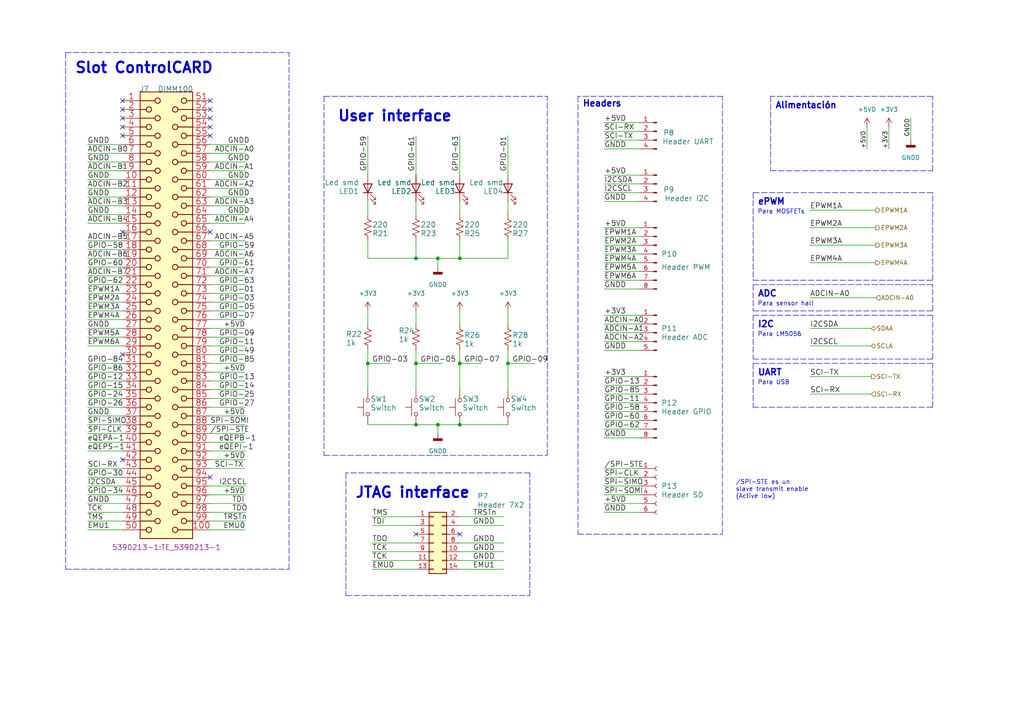
<source format=kicad_sch>
(kicad_sch (version 20211123) (generator eeschema)
  (paper "A4")
  (lib_symbols
    (symbol "Connector:Conn_01x04_Male" (pin_names (offset 1.016) hide)
      (property "Reference" "J" (at 0 5.08 0))
      (property "Value" "Conn_01x04_Male" (at 0 -7.62 0))
      (symbol "Conn_01x04_Male_1_1"
        (pin passive line (at 5.08 2.54 180) (length 3.81) (name "Pin_1") (number "1"))
        (pin passive line (at 5.08 0 180) (length 3.81) (name "Pin_2") (number "2"))
        (pin passive line (at 5.08 -2.54 180) (length 3.81) (name "Pin_3") (number "3"))
        (pin passive line (at 5.08 -5.08 180) (length 3.81) (name "Pin_4") (number "4"))
      )
    )
    (symbol "Connector:Conn_01x05_Male" (pin_names (offset 1.016) hide)
      (property "Reference" "J" (at 0 7.62 0))
      (property "Value" "Conn_01x05_Male" (at 0 -7.62 0))
      (symbol "Conn_01x05_Male_1_1"
        (pin passive line (at 5.08 5.08 180) (length 3.81) (name "Pin_1") (number "1"))
        (pin passive line (at 5.08 2.54 180) (length 3.81) (name "Pin_2") (number "2"))
        (pin passive line (at 5.08 0 180) (length 3.81) (name "Pin_3") (number "3"))
        (pin passive line (at 5.08 -2.54 180) (length 3.81) (name "Pin_4") (number "4"))
        (pin passive line (at 5.08 -5.08 180) (length 3.81) (name "Pin_5") (number "5"))
      )
    )
    (symbol "Connector:Conn_01x06_Female" (pin_names (offset 1.016) hide)
      (property "Reference" "J" (at 0 7.62 0))
      (property "Value" "Conn_01x06_Female" (at 0 -10.16 0))
      (symbol "Conn_01x06_Female_1_1"
        (pin passive line (at -5.08 5.08 0) (length 3.81) (name "Pin_1") (number "1"))
        (pin passive line (at -5.08 2.54 0) (length 3.81) (name "Pin_2") (number "2"))
        (pin passive line (at -5.08 0 0) (length 3.81) (name "Pin_3") (number "3"))
        (pin passive line (at -5.08 -2.54 0) (length 3.81) (name "Pin_4") (number "4"))
        (pin passive line (at -5.08 -5.08 0) (length 3.81) (name "Pin_5") (number "5"))
        (pin passive line (at -5.08 -7.62 0) (length 3.81) (name "Pin_6") (number "6"))
      )
    )
    (symbol "Connector:Conn_01x08_Male" (pin_names (offset 1.016) hide)
      (property "Reference" "J" (at 0 10.16 0))
      (property "Value" "Conn_01x08_Male" (at 0 -12.7 0))
      (symbol "Conn_01x08_Male_1_1"
        (pin passive line (at 5.08 7.62 180) (length 3.81) (name "Pin_1") (number "1"))
        (pin passive line (at 5.08 5.08 180) (length 3.81) (name "Pin_2") (number "2"))
        (pin passive line (at 5.08 2.54 180) (length 3.81) (name "Pin_3") (number "3"))
        (pin passive line (at 5.08 0 180) (length 3.81) (name "Pin_4") (number "4"))
        (pin passive line (at 5.08 -2.54 180) (length 3.81) (name "Pin_5") (number "5"))
        (pin passive line (at 5.08 -5.08 180) (length 3.81) (name "Pin_6") (number "6"))
        (pin passive line (at 5.08 -7.62 180) (length 3.81) (name "Pin_7") (number "7"))
        (pin passive line (at 5.08 -10.16 180) (length 3.81) (name "Pin_8") (number "8"))
      )
    )
    (symbol "Connector_Generic:Conn_02x07_Odd_Even" (pin_names (offset 1.016) hide)
      (property "Reference" "J" (at 1.27 10.16 0))
      (property "Value" "Conn_02x07_Odd_Even" (at 1.27 -10.16 0))
      (symbol "Conn_02x07_Odd_Even_1_1"
        (pin passive line (at -5.08 7.62 0) (length 3.81) (name "Pin_1") (number "1"))
        (pin passive line (at 7.62 -2.54 180) (length 3.81) (name "Pin_10") (number "10"))
        (pin passive line (at -5.08 -5.08 0) (length 3.81) (name "Pin_11") (number "11"))
        (pin passive line (at 7.62 -5.08 180) (length 3.81) (name "Pin_12") (number "12"))
        (pin passive line (at -5.08 -7.62 0) (length 3.81) (name "Pin_13") (number "13"))
        (pin passive line (at 7.62 -7.62 180) (length 3.81) (name "Pin_14") (number "14"))
        (pin passive line (at 7.62 7.62 180) (length 3.81) (name "Pin_2") (number "2"))
        (pin passive line (at -5.08 5.08 0) (length 3.81) (name "Pin_3") (number "3"))
        (pin passive line (at 7.62 5.08 180) (length 3.81) (name "Pin_4") (number "4"))
        (pin passive line (at -5.08 2.54 0) (length 3.81) (name "Pin_5") (number "5"))
        (pin passive line (at 7.62 2.54 180) (length 3.81) (name "Pin_6") (number "6"))
        (pin passive line (at -5.08 0 0) (length 3.81) (name "Pin_7") (number "7"))
        (pin passive line (at 7.62 0 180) (length 3.81) (name "Pin_8") (number "8"))
        (pin passive line (at -5.08 -2.54 0) (length 3.81) (name "Pin_9") (number "9"))
      )
    )
    (symbol "DIMM100:390213-1-" (pin_names (offset 1.016))
      (property "Reference" "J3" (at -15.494 0 90))
      (property "Value" "DIM100" (at -15.494 -132.08 90))
      (symbol "390213-1-_0_1"
        (pin passive line (at 2.54 -20.32 90) (length 5.08) (name "p1") (number "1"))
        (pin passive line (at 25.4 -20.32 90) (length 5.08) (name "p10") (number "10"))
        (pin passive line (at 127 5.08 270) (length 5.08) (name "p100") (number "100"))
        (pin passive line (at 27.94 -20.32 90) (length 5.08) (name "p11") (number "11"))
        (pin passive line (at 30.48 -20.32 90) (length 5.08) (name "p12") (number "12"))
        (pin passive line (at 33.02 -20.32 90) (length 5.08) (name "p13") (number "13"))
        (pin passive line (at 35.56 -20.32 90) (length 5.08) (name "p14") (number "14"))
        (pin passive line (at 38.1 -20.32 90) (length 5.08) (name "p15") (number "15"))
        (pin passive line (at 40.64 -20.32 90) (length 5.08) (name "p16") (number "16"))
        (pin passive line (at 43.18 -20.32 90) (length 5.08) (name "p17") (number "17"))
        (pin passive line (at 45.72 -20.32 90) (length 5.08) (name "p18") (number "18"))
        (pin passive line (at 48.26 -20.32 90) (length 5.08) (name "p19") (number "19"))
        (pin passive line (at 5.08 -20.32 90) (length 5.08) (name "p2") (number "2"))
        (pin passive line (at 50.8 -20.32 90) (length 5.08) (name "p20") (number "20"))
        (pin passive line (at 53.34 -20.32 90) (length 5.08) (name "p21") (number "21"))
        (pin passive line (at 55.88 -20.32 90) (length 5.08) (name "p22") (number "22"))
        (pin passive line (at 58.42 -20.32 90) (length 5.08) (name "p23") (number "23"))
        (pin passive line (at 60.96 -20.32 90) (length 5.08) (name "p24") (number "24"))
        (pin passive line (at 63.5 -20.32 90) (length 5.08) (name "p25") (number "25"))
        (pin passive line (at 66.04 -20.32 90) (length 5.08) (name "p26") (number "26"))
        (pin passive line (at 68.58 -20.32 90) (length 5.08) (name "p27") (number "27"))
        (pin passive line (at 71.12 -20.32 90) (length 5.08) (name "p28") (number "28"))
        (pin passive line (at 73.66 -20.32 90) (length 5.08) (name "p29") (number "29"))
        (pin passive line (at 7.62 -20.32 90) (length 5.08) (name "p3") (number "3"))
        (pin passive line (at 76.2 -20.32 90) (length 5.08) (name "p30") (number "30"))
        (pin passive line (at 78.74 -20.32 90) (length 5.08) (name "p31") (number "31"))
        (pin passive line (at 81.28 -20.32 90) (length 5.08) (name "p32") (number "32"))
        (pin passive line (at 83.82 -20.32 90) (length 5.08) (name "p33") (number "33"))
        (pin passive line (at 86.36 -20.32 90) (length 5.08) (name "p34") (number "34"))
        (pin passive line (at 88.9 -20.32 90) (length 5.08) (name "p35") (number "35"))
        (pin passive line (at 91.44 -20.32 90) (length 5.08) (name "p36") (number "36"))
        (pin passive line (at 93.98 -20.32 90) (length 5.08) (name "p37") (number "37"))
        (pin passive line (at 96.52 -20.32 90) (length 5.08) (name "p38") (number "38"))
        (pin passive line (at 99.06 -20.32 90) (length 5.08) (name "p39") (number "39"))
        (pin passive line (at 10.16 -20.32 90) (length 5.08) (name "p4") (number "4"))
        (pin passive line (at 101.6 -20.32 90) (length 5.08) (name "p40") (number "40"))
        (pin passive line (at 104.14 -20.32 90) (length 5.08) (name "p41") (number "41"))
        (pin passive line (at 106.68 -20.32 90) (length 5.08) (name "p42") (number "42"))
        (pin passive line (at 109.22 -20.32 90) (length 5.08) (name "p43") (number "43"))
        (pin passive line (at 111.76 -20.32 90) (length 5.08) (name "p44") (number "44"))
        (pin passive line (at 114.3 -20.32 90) (length 5.08) (name "p45") (number "45"))
        (pin passive line (at 116.84 -20.32 90) (length 5.08) (name "p46") (number "46"))
        (pin passive line (at 119.38 -20.32 90) (length 5.08) (name "p47") (number "47"))
        (pin passive line (at 121.92 -20.32 90) (length 5.08) (name "p48") (number "48"))
        (pin passive line (at 124.46 -20.32 90) (length 5.08) (name "p49") (number "49"))
        (pin passive line (at 12.7 -20.32 90) (length 5.08) (name "p5") (number "5"))
        (pin passive line (at 127 -20.32 90) (length 5.08) (name "p50") (number "50"))
        (pin passive line (at 2.54 5.08 270) (length 5.08) (name "p51") (number "51"))
        (pin passive line (at 5.08 5.08 270) (length 5.08) (name "p52") (number "52"))
        (pin passive line (at 7.62 5.08 270) (length 5.08) (name "p53") (number "53"))
        (pin passive line (at 10.16 5.08 270) (length 5.08) (name "p54") (number "54"))
        (pin passive line (at 12.7 5.08 270) (length 5.08) (name "p55") (number "55"))
        (pin passive line (at 15.24 5.08 270) (length 5.08) (name "p56") (number "56"))
        (pin passive line (at 17.78 5.08 270) (length 5.08) (name "p57") (number "57"))
        (pin passive line (at 20.32 5.08 270) (length 5.08) (name "p58") (number "58"))
        (pin passive line (at 22.86 5.08 270) (length 5.08) (name "p59") (number "59"))
        (pin passive line (at 15.24 -20.32 90) (length 5.08) (name "p6") (number "6"))
        (pin passive line (at 25.4 5.08 270) (length 5.08) (name "p60") (number "60"))
        (pin passive line (at 27.94 5.08 270) (length 5.08) (name "p61") (number "61"))
        (pin passive line (at 30.48 5.08 270) (length 5.08) (name "p62") (number "62"))
        (pin passive line (at 33.02 5.08 270) (length 5.08) (name "p63") (number "63"))
        (pin passive line (at 35.56 5.08 270) (length 5.08) (name "p64") (number "64"))
        (pin passive line (at 38.1 5.08 270) (length 5.08) (name "p65") (number "65"))
        (pin passive line (at 40.64 5.08 270) (length 5.08) (name "p66") (number "66"))
        (pin passive line (at 43.18 5.08 270) (length 5.08) (name "p67") (number "67"))
        (pin passive line (at 45.72 5.08 270) (length 5.08) (name "p68") (number "68"))
        (pin passive line (at 48.26 5.08 270) (length 5.08) (name "p69") (number "69"))
        (pin passive line (at 17.78 -20.32 90) (length 5.08) (name "p7") (number "7"))
        (pin passive line (at 50.8 5.08 270) (length 5.08) (name "p70") (number "70"))
        (pin passive line (at 53.34 5.08 270) (length 5.08) (name "p71") (number "71"))
        (pin passive line (at 55.88 5.08 270) (length 5.08) (name "p72") (number "72"))
        (pin passive line (at 58.42 5.08 270) (length 5.08) (name "p73") (number "73"))
        (pin passive line (at 60.96 5.08 270) (length 5.08) (name "p74") (number "74"))
        (pin passive line (at 63.5 5.08 270) (length 5.08) (name "p75") (number "75"))
        (pin passive line (at 66.04 5.08 270) (length 5.08) (name "p76") (number "76"))
        (pin passive line (at 68.58 5.08 270) (length 5.08) (name "p77") (number "77"))
        (pin passive line (at 71.12 5.08 270) (length 5.08) (name "p78") (number "78"))
        (pin passive line (at 73.66 5.08 270) (length 5.08) (name "p79") (number "79"))
        (pin passive line (at 20.32 -20.32 90) (length 5.08) (name "p8") (number "8"))
        (pin passive line (at 76.2 5.08 270) (length 5.08) (name "p80") (number "80"))
        (pin passive line (at 78.74 5.08 270) (length 5.08) (name "p81") (number "81"))
        (pin passive line (at 81.28 5.08 270) (length 5.08) (name "p82") (number "82"))
        (pin passive line (at 83.82 5.08 270) (length 5.08) (name "p83") (number "83"))
        (pin passive line (at 86.36 5.08 270) (length 5.08) (name "p84") (number "84"))
        (pin passive line (at 88.9 5.08 270) (length 5.08) (name "p85") (number "85"))
        (pin passive line (at 91.44 5.08 270) (length 5.08) (name "p86") (number "86"))
        (pin passive line (at 93.98 5.08 270) (length 5.08) (name "p87") (number "87"))
        (pin passive line (at 96.52 5.08 270) (length 5.08) (name "p88") (number "88"))
        (pin passive line (at 99.06 5.08 270) (length 5.08) (name "p89") (number "89"))
        (pin passive line (at 22.86 -20.32 90) (length 5.08) (name "p9") (number "9"))
        (pin passive line (at 101.6 5.08 270) (length 5.08) (name "p90") (number "90"))
        (pin passive line (at 104.14 5.08 270) (length 5.08) (name "p91") (number "91"))
        (pin passive line (at 106.68 5.08 270) (length 5.08) (name "p92") (number "92"))
        (pin passive line (at 109.22 5.08 270) (length 5.08) (name "p93") (number "93"))
        (pin passive line (at 111.76 5.08 270) (length 5.08) (name "p94") (number "94"))
        (pin passive line (at 114.3 5.08 270) (length 5.08) (name "p95") (number "95"))
        (pin passive line (at 116.84 5.08 270) (length 5.08) (name "p96") (number "96"))
        (pin passive line (at 119.38 5.08 270) (length 5.08) (name "p97") (number "97"))
        (pin passive line (at 121.92 5.08 270) (length 5.08) (name "p98") (number "98"))
        (pin passive line (at 124.46 5.08 270) (length 5.08) (name "p99") (number "99"))
      )
    )
    (symbol "Device:LED" (pin_numbers hide) (pin_names (offset 1.016) hide)
      (property "Reference" "D" (at 0 2.54 0))
      (property "Value" "LED" (at 0 -2.54 0))
      (symbol "LED_1_1"
        (pin passive line (at -3.81 0 0) (length 2.54) (name "K") (number "1"))
        (pin passive line (at 3.81 0 180) (length 2.54) (name "A") (number "2"))
      )
    )
    (symbol "Device:R_US" (pin_numbers hide) (pin_names (offset 0))
      (property "Reference" "R" (at 2.54 0 90))
      (property "Value" "R_US" (at -2.54 0 90))
      (symbol "R_US_1_1"
        (pin passive line (at 0 3.81 270) (length 1.27) (name "~") (number "1"))
        (pin passive line (at 0 -3.81 90) (length 1.27) (name "~") (number "2"))
      )
    )
    (symbol "Switch:SW_Push" (pin_numbers hide) (pin_names (offset 1.016) hide)
      (property "Reference" "SW" (at 1.27 2.54 0))
      (property "Value" "SW_Push" (at 0 -1.524 0))
      (symbol "SW_Push_0_1"
        (pin passive line (at -5.08 0 0) (length 2.54) (name "1") (number "1"))
        (pin passive line (at 5.08 0 180) (length 2.54) (name "2") (number "2"))
      )
    )
    (symbol "power:+3V3" (power) (pin_names (offset 0))
      (property "Value" "+3V3" (at 0 3.556 0))
      (symbol "+3V3_1_1"
        (pin power_in line (at 0 0 90) (length 0) hide (name "+3V3") (number "1"))
      )
    )
    (symbol "power:+5VD" (power) (pin_names (offset 0))
      (property "Value" "+5VD" (at 0 3.556 0))
      (symbol "+5VD_1_1"
        (pin power_in line (at 0 0 90) (length 0) hide (name "+5VD") (number "1"))
      )
    )
    (symbol "power:GNDD" (power) (pin_names (offset 0))
      (property "Value" "GNDD" (at 0 -3.175 0))
      (symbol "GNDD_1_1"
        (pin power_in line (at 0 0 270) (length 0) hide (name "GNDD") (number "1"))
      )
    )
  )
  (junction (at 133.35 105.41))
  (junction (at 133.35 123.19))
  (junction (at 120.65 123.19))
  (junction (at 106.68 105.41))
  (junction (at 147.32 105.41))
  (junction (at 127 123.19))
  (junction (at 133.35 74.93))
  (junction (at 120.65 74.93))
  (junction (at 120.65 105.41))
  (junction (at 127 74.93))
  (no_connect (at 35.56 102.87))
  (no_connect (at 35.56 29.21))
  (no_connect (at 60.96 34.29))
  (no_connect (at 133.35 154.94))
  (no_connect (at 120.65 154.94))
  (no_connect (at 60.96 67.31))
  (no_connect (at 60.96 31.75))
  (no_connect (at 35.56 133.35))
  (no_connect (at 35.56 36.83))
  (no_connect (at 35.56 31.75))
  (no_connect (at 60.96 29.21))
  (no_connect (at 60.96 36.83))
  (no_connect (at 60.96 39.37))
  (no_connect (at 60.96 138.43))
  (no_connect (at 35.56 34.29))
  (no_connect (at 35.56 39.37))
  (no_connect (at 35.56 67.31))
  (wire (pts (xy 120.65 62.23) (xy 120.65 58.42)))
  (wire (pts (xy 107.95 165.1) (xy 120.65 165.1)))
  (wire (pts (xy 71.12 123.19) (xy 60.96 123.19)))
  (wire (pts (xy 25.4 85.09) (xy 35.56 85.09)))
  (wire (pts (xy 254 71.12) (xy 234.95 71.12)))
  (wire (pts (xy 60.96 80.01) (xy 71.12 80.01)))
  (polyline (pts (xy 270.51 91.44) (xy 218.44 91.44)))
  (wire (pts (xy 71.12 125.73) (xy 60.96 125.73)))
  (wire (pts (xy 175.26 35.56) (xy 185.42 35.56)))
  (wire (pts (xy 127 74.93) (xy 133.35 74.93)))
  (wire (pts (xy 71.12 148.59) (xy 60.96 148.59)))
  (polyline (pts (xy 270.51 81.28) (xy 270.51 55.88)))
  (polyline (pts (xy 93.98 27.94) (xy 158.75 27.94)))
  (wire (pts (xy 252.73 95.25) (xy 234.95 95.25)))
  (wire (pts (xy 175.26 119.38) (xy 185.42 119.38)))
  (wire (pts (xy 175.26 143.51) (xy 185.42 143.51)))
  (wire (pts (xy 254 86.36) (xy 234.95 86.36)))
  (wire (pts (xy 25.4 92.71) (xy 35.56 92.71)))
  (polyline (pts (xy 83.82 165.1) (xy 83.82 15.24)))
  (wire (pts (xy 71.12 85.09) (xy 60.96 85.09)))
  (polyline (pts (xy 218.44 81.28) (xy 270.51 81.28)))
  (wire (pts (xy 147.32 113.03) (xy 147.32 105.41)))
  (wire (pts (xy 71.12 90.17) (xy 60.96 90.17)))
  (polyline (pts (xy 218.44 90.17) (xy 270.51 90.17)))
  (wire (pts (xy 133.35 62.23) (xy 133.35 58.42)))
  (wire (pts (xy 71.12 82.55) (xy 60.96 82.55)))
  (polyline (pts (xy 223.52 49.53) (xy 270.51 49.53)))
  (polyline (pts (xy 218.44 105.41) (xy 218.44 118.11)))
  (polyline (pts (xy 270.51 105.41) (xy 218.44 105.41)))
  (wire (pts (xy 120.65 113.03) (xy 120.65 105.41)))
  (wire (pts (xy 147.32 39.37) (xy 147.32 50.8)))
  (polyline (pts (xy 100.33 137.16) (xy 100.33 172.72)))
  (polyline (pts (xy 270.51 55.88) (xy 218.44 55.88)))
  (wire (pts (xy 106.68 62.23) (xy 106.68 58.42)))
  (wire (pts (xy 71.12 135.89) (xy 60.96 135.89)))
  (wire (pts (xy 71.12 72.39) (xy 60.96 72.39)))
  (polyline (pts (xy 93.98 132.08) (xy 158.75 132.08)))
  (wire (pts (xy 71.12 128.27) (xy 60.96 128.27)))
  (wire (pts (xy 107.95 160.02) (xy 120.65 160.02)))
  (wire (pts (xy 146.05 162.56) (xy 133.35 162.56)))
  (wire (pts (xy 71.12 77.47) (xy 60.96 77.47)))
  (wire (pts (xy 71.12 41.91) (xy 60.96 41.91)))
  (polyline (pts (xy 209.55 154.94) (xy 209.55 27.94)))
  (wire (pts (xy 25.4 143.51) (xy 35.56 143.51)))
  (wire (pts (xy 25.4 52.07) (xy 35.56 52.07)))
  (wire (pts (xy 175.26 53.34) (xy 185.42 53.34)))
  (wire (pts (xy 120.65 123.19) (xy 127 123.19)))
  (wire (pts (xy 154.94 105.41) (xy 147.32 105.41)))
  (wire (pts (xy 71.12 97.79) (xy 60.96 97.79)))
  (wire (pts (xy 175.26 83.82) (xy 185.42 83.82)))
  (wire (pts (xy 128.27 105.41) (xy 120.65 105.41)))
  (wire (pts (xy 25.4 140.97) (xy 35.56 140.97)))
  (wire (pts (xy 175.26 55.88) (xy 185.42 55.88)))
  (wire (pts (xy 127 123.19) (xy 127 125.73)))
  (wire (pts (xy 175.26 91.44) (xy 185.42 91.44)))
  (wire (pts (xy 25.4 77.47) (xy 35.56 77.47)))
  (wire (pts (xy 175.26 101.6) (xy 185.42 101.6)))
  (wire (pts (xy 147.32 62.23) (xy 147.32 58.42)))
  (wire (pts (xy 133.35 90.17) (xy 133.35 93.98)))
  (wire (pts (xy 133.35 123.19) (xy 147.32 123.19)))
  (wire (pts (xy 120.65 74.93) (xy 120.65 69.85)))
  (wire (pts (xy 25.4 97.79) (xy 35.56 97.79)))
  (wire (pts (xy 60.96 64.77) (xy 71.12 64.77)))
  (wire (pts (xy 25.4 105.41) (xy 35.56 105.41)))
  (polyline (pts (xy 19.05 15.24) (xy 19.05 165.1)))
  (wire (pts (xy 25.4 49.53) (xy 35.56 49.53)))
  (wire (pts (xy 60.96 59.69) (xy 71.12 59.69)))
  (polyline (pts (xy 218.44 82.55) (xy 218.44 90.17)))
  (wire (pts (xy 175.26 140.97) (xy 185.42 140.97)))
  (wire (pts (xy 175.26 66.04) (xy 185.42 66.04)))
  (polyline (pts (xy 167.64 154.94) (xy 209.55 154.94)))
  (wire (pts (xy 106.68 74.93) (xy 106.68 69.85)))
  (polyline (pts (xy 218.44 118.11) (xy 270.51 118.11)))
  (wire (pts (xy 25.4 138.43) (xy 35.56 138.43)))
  (wire (pts (xy 25.4 80.01) (xy 35.56 80.01)))
  (polyline (pts (xy 167.64 27.94) (xy 167.64 154.94)))
  (wire (pts (xy 175.26 38.1) (xy 185.42 38.1)))
  (wire (pts (xy 106.68 113.03) (xy 106.68 105.41)))
  (polyline (pts (xy 100.33 172.72) (xy 153.67 172.72)))
  (wire (pts (xy 25.4 118.11) (xy 35.56 118.11)))
  (wire (pts (xy 60.96 69.85) (xy 71.12 69.85)))
  (wire (pts (xy 107.95 162.56) (xy 120.65 162.56)))
  (wire (pts (xy 25.4 44.45) (xy 35.56 44.45)))
  (wire (pts (xy 146.05 165.1) (xy 133.35 165.1)))
  (wire (pts (xy 71.12 92.71) (xy 60.96 92.71)))
  (wire (pts (xy 71.12 146.05) (xy 60.96 146.05)))
  (wire (pts (xy 107.95 157.48) (xy 120.65 157.48)))
  (wire (pts (xy 133.35 105.41) (xy 133.35 101.6)))
  (wire (pts (xy 71.12 110.49) (xy 60.96 110.49)))
  (wire (pts (xy 175.26 146.05) (xy 185.42 146.05)))
  (wire (pts (xy 254 66.04) (xy 234.95 66.04)))
  (polyline (pts (xy 209.55 27.94) (xy 167.64 27.94)))
  (wire (pts (xy 25.4 59.69) (xy 35.56 59.69)))
  (wire (pts (xy 71.12 115.57) (xy 60.96 115.57)))
  (wire (pts (xy 106.68 123.19) (xy 120.65 123.19)))
  (wire (pts (xy 60.96 74.93) (xy 71.12 74.93)))
  (polyline (pts (xy 270.51 27.94) (xy 223.52 27.94)))
  (wire (pts (xy 175.26 50.8) (xy 185.42 50.8)))
  (polyline (pts (xy 223.52 27.94) (xy 223.52 49.53)))
  (wire (pts (xy 71.12 143.51) (xy 60.96 143.51)))
  (polyline (pts (xy 218.44 91.44) (xy 218.44 104.14)))
  (wire (pts (xy 60.96 49.53) (xy 71.12 49.53)))
  (wire (pts (xy 175.26 111.76) (xy 185.42 111.76)))
  (wire (pts (xy 25.4 62.23) (xy 35.56 62.23)))
  (wire (pts (xy 120.65 105.41) (xy 120.65 101.6)))
  (wire (pts (xy 25.4 151.13) (xy 35.56 151.13)))
  (wire (pts (xy 25.4 128.27) (xy 35.56 128.27)))
  (polyline (pts (xy 153.67 137.16) (xy 100.33 137.16)))
  (wire (pts (xy 175.26 124.46) (xy 185.42 124.46)))
  (wire (pts (xy 71.12 102.87) (xy 60.96 102.87)))
  (wire (pts (xy 120.65 39.37) (xy 120.65 50.8)))
  (wire (pts (xy 139.7 105.41) (xy 133.35 105.41)))
  (wire (pts (xy 71.12 133.35) (xy 60.96 133.35)))
  (wire (pts (xy 175.26 148.59) (xy 185.42 148.59)))
  (wire (pts (xy 71.12 153.67) (xy 60.96 153.67)))
  (wire (pts (xy 60.96 54.61) (xy 71.12 54.61)))
  (wire (pts (xy 133.35 74.93) (xy 147.32 74.93)))
  (polyline (pts (xy 270.51 90.17) (xy 270.51 82.55)))
  (wire (pts (xy 147.32 69.85) (xy 147.32 74.93)))
  (polyline (pts (xy 19.05 165.1) (xy 83.82 165.1)))
  (wire (pts (xy 175.26 114.3) (xy 185.42 114.3)))
  (wire (pts (xy 71.12 120.65) (xy 60.96 120.65)))
  (wire (pts (xy 175.26 116.84) (xy 185.42 116.84)))
  (wire (pts (xy 106.68 74.93) (xy 120.65 74.93)))
  (polyline (pts (xy 19.05 15.24) (xy 83.82 15.24)))
  (wire (pts (xy 252.73 114.3) (xy 234.95 114.3)))
  (wire (pts (xy 71.12 57.15) (xy 60.96 57.15)))
  (wire (pts (xy 175.26 68.58) (xy 185.42 68.58)))
  (wire (pts (xy 175.26 43.18) (xy 185.42 43.18)))
  (wire (pts (xy 25.4 146.05) (xy 35.56 146.05)))
  (wire (pts (xy 106.68 105.41) (xy 106.68 101.6)))
  (wire (pts (xy 257.81 36.83) (xy 257.81 43.18)))
  (wire (pts (xy 25.4 69.85) (xy 35.56 69.85)))
  (wire (pts (xy 127 123.19) (xy 133.35 123.19)))
  (wire (pts (xy 25.4 130.81) (xy 35.56 130.81)))
  (wire (pts (xy 264.16 34.29) (xy 264.16 40.64)))
  (wire (pts (xy 254 60.96) (xy 234.95 60.96)))
  (wire (pts (xy 71.12 107.95) (xy 60.96 107.95)))
  (wire (pts (xy 175.26 96.52) (xy 185.42 96.52)))
  (wire (pts (xy 175.26 121.92) (xy 185.42 121.92)))
  (wire (pts (xy 25.4 123.19) (xy 35.56 123.19)))
  (wire (pts (xy 175.26 78.74) (xy 185.42 78.74)))
  (wire (pts (xy 251.46 36.83) (xy 251.46 43.18)))
  (wire (pts (xy 60.96 105.41) (xy 71.12 105.41)))
  (wire (pts (xy 25.4 100.33) (xy 35.56 100.33)))
  (wire (pts (xy 120.65 74.93) (xy 127 74.93)))
  (wire (pts (xy 113.03 105.41) (xy 106.68 105.41)))
  (polyline (pts (xy 158.75 132.08) (xy 158.75 27.94)))
  (wire (pts (xy 25.4 115.57) (xy 35.56 115.57)))
  (wire (pts (xy 146.05 149.86) (xy 133.35 149.86)))
  (wire (pts (xy 60.96 140.97) (xy 71.12 140.97)))
  (wire (pts (xy 25.4 41.91) (xy 35.56 41.91)))
  (wire (pts (xy 25.4 82.55) (xy 35.56 82.55)))
  (wire (pts (xy 25.4 74.93) (xy 35.56 74.93)))
  (wire (pts (xy 175.26 73.66) (xy 185.42 73.66)))
  (wire (pts (xy 175.26 109.22) (xy 185.42 109.22)))
  (wire (pts (xy 71.12 95.25) (xy 60.96 95.25)))
  (wire (pts (xy 146.05 160.02) (xy 133.35 160.02)))
  (wire (pts (xy 175.26 93.98) (xy 185.42 93.98)))
  (polyline (pts (xy 153.67 172.72) (xy 153.67 137.16)))
  (wire (pts (xy 146.05 152.4) (xy 133.35 152.4)))
  (wire (pts (xy 147.32 105.41) (xy 147.32 101.6)))
  (wire (pts (xy 146.05 157.48) (xy 133.35 157.48)))
  (wire (pts (xy 25.4 95.25) (xy 35.56 95.25)))
  (wire (pts (xy 71.12 151.13) (xy 60.96 151.13)))
  (polyline (pts (xy 218.44 104.14) (xy 270.51 104.14)))
  (wire (pts (xy 71.12 100.33) (xy 60.96 100.33)))
  (wire (pts (xy 107.95 149.86) (xy 120.65 149.86)))
  (wire (pts (xy 106.68 39.37) (xy 106.68 50.8)))
  (wire (pts (xy 175.26 58.42) (xy 185.42 58.42)))
  (polyline (pts (xy 218.44 55.88) (xy 218.44 81.28)))
  (wire (pts (xy 107.95 152.4) (xy 120.65 152.4)))
  (wire (pts (xy 25.4 64.77) (xy 35.56 64.77)))
  (wire (pts (xy 175.26 81.28) (xy 185.42 81.28)))
  (wire (pts (xy 252.73 100.33) (xy 234.95 100.33)))
  (wire (pts (xy 254 76.2) (xy 234.95 76.2)))
  (wire (pts (xy 25.4 113.03) (xy 35.56 113.03)))
  (wire (pts (xy 25.4 57.15) (xy 35.56 57.15)))
  (wire (pts (xy 25.4 148.59) (xy 35.56 148.59)))
  (wire (pts (xy 71.12 87.63) (xy 60.96 87.63)))
  (wire (pts (xy 175.26 99.06) (xy 185.42 99.06)))
  (polyline (pts (xy 270.51 104.14) (xy 270.51 91.44)))
  (wire (pts (xy 175.26 127) (xy 185.42 127)))
  (wire (pts (xy 147.32 90.17) (xy 147.32 93.98)))
  (wire (pts (xy 175.26 76.2) (xy 185.42 76.2)))
  (wire (pts (xy 25.4 54.61) (xy 35.56 54.61)))
  (wire (pts (xy 25.4 120.65) (xy 35.56 120.65)))
  (wire (pts (xy 25.4 107.95) (xy 35.56 107.95)))
  (wire (pts (xy 127 74.93) (xy 127 77.47)))
  (wire (pts (xy 25.4 110.49) (xy 35.56 110.49)))
  (wire (pts (xy 25.4 90.17) (xy 35.56 90.17)))
  (polyline (pts (xy 270.51 82.55) (xy 218.44 82.55)))
  (wire (pts (xy 252.73 109.22) (xy 234.95 109.22)))
  (polyline (pts (xy 270.51 49.53) (xy 270.51 27.94)))
  (wire (pts (xy 120.65 90.17) (xy 120.65 93.98)))
  (wire (pts (xy 71.12 118.11) (xy 60.96 118.11)))
  (polyline (pts (xy 270.51 118.11) (xy 270.51 105.41)))
  (wire (pts (xy 71.12 130.81) (xy 60.96 130.81)))
  (wire (pts (xy 25.4 87.63) (xy 35.56 87.63)))
  (wire (pts (xy 25.4 46.99) (xy 35.56 46.99)))
  (wire (pts (xy 106.68 90.17) (xy 106.68 93.98)))
  (wire (pts (xy 71.12 62.23) (xy 60.96 62.23)))
  (wire (pts (xy 25.4 125.73) (xy 35.56 125.73)))
  (wire (pts (xy 25.4 135.89) (xy 35.56 135.89)))
  (wire (pts (xy 133.35 74.93) (xy 133.35 69.85)))
  (wire (pts (xy 175.26 135.89) (xy 185.42 135.89)))
  (wire (pts (xy 71.12 52.07) (xy 60.96 52.07)))
  (wire (pts (xy 175.26 138.43) (xy 185.42 138.43)))
  (wire (pts (xy 133.35 39.37) (xy 133.35 50.8)))
  (wire (pts (xy 71.12 46.99) (xy 60.96 46.99)))
  (wire (pts (xy 175.26 71.12) (xy 185.42 71.12)))
  (wire (pts (xy 175.26 40.64) (xy 185.42 40.64)))
  (wire (pts (xy 133.35 113.03) (xy 133.35 105.41)))
  (wire (pts (xy 25.4 72.39) (xy 35.56 72.39)))
  (wire (pts (xy 71.12 113.03) (xy 60.96 113.03)))
  (wire (pts (xy 60.96 44.45) (xy 71.12 44.45)))
  (polyline (pts (xy 93.98 27.94) (xy 93.98 132.08)))
  (wire (pts (xy 25.4 153.67) (xy 35.56 153.67)))
  (text "Para LM5056" (at 219.71 97.79 0) (effects (font (size 1.27 1.27)) (justify left bottom)))
  (text "UART" (at 219.71 109.22 0) (effects (font (size 1.8288 1.8288) (thickness 0.3658) bold) (justify left bottom)))
  (text "Para MOSFETs" (at 219.71 62.23 0) (effects (font (size 1.27 1.27)) (justify left bottom)))
  (text "Para USB" (at 219.71 111.76 0) (effects (font (size 1.27 1.27)) (justify left bottom)))
  (text "ADC" (at 219.71 86.36 0) (effects (font (size 1.8288 1.8288) (thickness 0.3658) bold) (justify left bottom)))
  (text "/SPI-STE es un\nslave transmit enable\n(Active low)" (at 213.36 144.78 0) (effects (font (size 1.27 1.27)) (justify left bottom)))
  (text "Headers" (at 168.91 31.242 0) (effects (font (size 1.8288 1.8288) (thickness 0.3658) bold) (justify left bottom)))
  (text "JTAG interface" (at 102.87 144.78 0) (effects (font (size 3.048 3.048) (thickness 0.6096) bold) (justify left bottom)))
  (text "Slot ControlCARD" (at 21.59 21.59 0) (effects (font (size 3.048 3.048) (thickness 0.6096) bold) (justify left bottom)))
  (text "I2C" (at 219.71 95.25 0) (effects (font (size 1.8288 1.8288) (thickness 0.3658) bold) (justify left bottom)))
  (text "Para sensor hall" (at 219.71 88.9 0) (effects (font (size 1.27 1.27)) (justify left bottom)))
  (text "ePWM" (at 219.71 59.69 0) (effects (font (size 1.8288 1.8288) (thickness 0.3658) bold) (justify left bottom)))
  (text "User interface" (at 97.79 35.56 0) (effects (font (size 3.048 3.048) (thickness 0.6096) bold) (justify left bottom)))
  (text "Alimentación" (at 224.79 31.75 0) (effects (font (size 1.8288 1.8288) (thickness 0.3658) bold) (justify left bottom)))
  (label "SPI-SOMI" (at 175.26 143.51 0) (effects (font (size 1.524 1.524))))
  (label "TDO" (at 67.31 148.59 0) (effects (font (size 1.524 1.524))))
  (label "+5VD" (at 175.26 146.05 0) (effects (font (size 1.524 1.524))))
  (label "GNDD" (at 66.04 57.15 0) (effects (font (size 1.524 1.524))))
  (label "SCI-RX" (at 234.95 114.3 0) (effects (font (size 1.524 1.524))))
  (label "EPWM2A" (at 175.26 71.12 0) (effects (font (size 1.524 1.524))))
  (label "GPIO-11" (at 175.26 116.84 0) (effects (font (size 1.524 1.524))))
  (label "SCI-TX" (at 175.26 40.64 0) (effects (font (size 1.524 1.524))))
  (label "+5VD" (at 64.77 120.65 0) (effects (font (size 1.524 1.524))))
  (label "EPWM5A" (at 175.26 78.74 0) (effects (font (size 1.524 1.524))))
  (label "GPIO-49" (at 63.5 102.87 0) (effects (font (size 1.524 1.524))))
  (label "ADCIN-B1" (at 25.4 49.53 0) (effects (font (size 1.524 1.524))))
  (label "TDI" (at 67.31 146.05 0) (effects (font (size 1.524 1.524))))
  (label "GPIO-59" (at 63.5 72.39 0) (effects (font (size 1.524 1.524))))
  (label "GNDD" (at 175.26 127 0) (effects (font (size 1.524 1.524))))
  (label "GNDD" (at 66.04 46.99 0) (effects (font (size 1.524 1.524))))
  (label "GPIO-85" (at 63.5 105.41 0) (effects (font (size 1.524 1.524))))
  (label "GPIO-26" (at 25.4 118.11 0) (effects (font (size 1.524 1.524))))
  (label "ADCIN-B3" (at 25.4 59.69 0) (effects (font (size 1.524 1.524))))
  (label "GPIO-62" (at 175.26 124.46 0) (effects (font (size 1.524 1.524))))
  (label "eQEPA-1" (at 25.4 128.27 0) (effects (font (size 1.524 1.524))))
  (label "SCI-TX" (at 234.95 109.22 0) (effects (font (size 1.524 1.524))))
  (label "TDI" (at 107.95 152.4 0) (effects (font (size 1.524 1.524))))
  (label "ADCIN-B5" (at 25.4 69.85 0) (effects (font (size 1.524 1.524))))
  (label "TDO" (at 107.95 157.48 0) (effects (font (size 1.524 1.524))))
  (label "GNDD" (at 175.26 58.42 0) (effects (font (size 1.524 1.524))))
  (label "ADCIN-A0" (at 62.23 44.45 0) (effects (font (size 1.524 1.524))))
  (label "GNDD" (at 137.16 157.48 0) (effects (font (size 1.524 1.524))))
  (label "ADCIN-A1" (at 62.23 49.53 0) (effects (font (size 1.524 1.524))))
  (label "GPIO-63" (at 133.35 39.37 270) (effects (font (size 1.524 1.524))))
  (label "ADCIN-A6" (at 62.23 74.93 0) (effects (font (size 1.524 1.524))))
  (label "SPI-SOMI" (at 60.96 123.19 0) (effects (font (size 1.524 1.524))))
  (label "SCI-RX" (at 175.26 38.1 0) (effects (font (size 1.524 1.524))))
  (label "+5VD" (at 251.46 43.18 90))
  (label "GPIO-12" (at 25.4 110.49 0) (effects (font (size 1.524 1.524))))
  (label "GPIO-58" (at 25.4 72.39 0) (effects (font (size 1.524 1.524))))
  (label "GPIO-85" (at 175.26 114.3 0) (effects (font (size 1.524 1.524))))
  (label "I2CSCL" (at 175.26 55.88 0) (effects (font (size 1.524 1.524))))
  (label "EPWM1A" (at 234.95 60.96 0) (effects (font (size 1.524 1.524))))
  (label "GPIO-61" (at 120.65 39.37 270) (effects (font (size 1.524 1.524))))
  (label "GPIO-09" (at 63.5 97.79 0) (effects (font (size 1.524 1.524))))
  (label "+5VD" (at 175.26 66.04 0) (effects (font (size 1.524 1.524))))
  (label "GPIO-59" (at 106.68 39.37 270) (effects (font (size 1.524 1.524))))
  (label "ADCIN-B4" (at 25.4 64.77 0) (effects (font (size 1.524 1.524))))
  (label "ADCIN-A4" (at 62.23 64.77 0) (effects (font (size 1.524 1.524))))
  (label "ADCIN-B7" (at 25.4 80.01 0) (effects (font (size 1.524 1.524))))
  (label "+5VD" (at 64.77 107.95 0) (effects (font (size 1.524 1.524))))
  (label "GNDD" (at 25.4 41.91 0) (effects (font (size 1.524 1.524))))
  (label "GNDD" (at 137.16 162.56 0) (effects (font (size 1.524 1.524))))
  (label "GNDD" (at 137.16 152.4 0) (effects (font (size 1.524 1.524))))
  (label "GNDD" (at 66.04 52.07 0) (effects (font (size 1.524 1.524))))
  (label "ADCIN-B0" (at 25.4 44.45 0) (effects (font (size 1.524 1.524))))
  (label "EPWM6A" (at 175.26 81.28 0) (effects (font (size 1.524 1.524))))
  (label "TCK" (at 107.95 160.02 0) (effects (font (size 1.524 1.524))))
  (label "GPIO-15" (at 25.4 113.03 0) (effects (font (size 1.524 1.524))))
  (label "EPWM1A" (at 175.26 68.58 0) (effects (font (size 1.524 1.524))))
  (label "ADCIN-A2" (at 175.26 99.06 0) (effects (font (size 1.524 1.524))))
  (label "GPIO-60" (at 175.26 121.92 0) (effects (font (size 1.524 1.524))))
  (label "+3V3" (at 175.26 91.44 0) (effects (font (size 1.524 1.524))))
  (label "EMU0" (at 64.77 153.67 0) (effects (font (size 1.524 1.524))))
  (label "ADCIN-A0" (at 234.95 86.36 0) (effects (font (size 1.524 1.524))))
  (label "GPIO-11" (at 63.5 100.33 0) (effects (font (size 1.524 1.524))))
  (label "EMU0" (at 107.95 165.1 0) (effects (font (size 1.524 1.524))))
  (label "GNDD" (at 25.4 146.05 0) (effects (font (size 1.524 1.524))))
  (label "GPIO-25" (at 63.5 115.57 0) (effects (font (size 1.524 1.524))))
  (label "GPIO-13" (at 175.26 111.76 0) (effects (font (size 1.524 1.524))))
  (label "ADCIN-A1" (at 175.26 96.52 0) (effects (font (size 1.524 1.524))))
  (label "EPWM2A" (at 25.4 87.63 0) (effects (font (size 1.524 1.524))))
  (label "GPIO-05" (at 121.92 105.41 0) (effects (font (size 1.524 1.524))))
  (label "SPI-CLK" (at 25.4 125.73 0) (effects (font (size 1.524 1.524))))
  (label "GPIO-63" (at 63.5 82.55 0) (effects (font (size 1.524 1.524))))
  (label "+5VD" (at 175.26 35.56 0) (effects (font (size 1.524 1.524))))
  (label "SPI-CLK" (at 175.26 138.43 0) (effects (font (size 1.524 1.524))))
  (label "GPIO-84" (at 25.4 105.41 0) (effects (font (size 1.524 1.524))))
  (label "GPIO-05" (at 63.5 90.17 0) (effects (font (size 1.524 1.524))))
  (label "GNDD" (at 264.16 34.29 270))
  (label "eQEPI-1" (at 63.5 130.81 0) (effects (font (size 1.524 1.524))))
  (label "ADCIN-A5" (at 62.23 69.85 0) (effects (font (size 1.524 1.524))))
  (label "SPI-SIMO" (at 175.26 140.97 0) (effects (font (size 1.524 1.524))))
  (label "GNDD" (at 25.4 46.99 0) (effects (font (size 1.524 1.524))))
  (label "I2CSDA" (at 234.95 95.25 0) (effects (font (size 1.524 1.524))))
  (label "EPWM3A" (at 175.26 73.66 0) (effects (font (size 1.524 1.524))))
  (label "TCK" (at 25.4 148.59 0) (effects (font (size 1.524 1.524))))
  (label "GNDD" (at 25.4 57.15 0) (effects (font (size 1.524 1.524))))
  (label "EPWM2A" (at 234.95 66.04 0) (effects (font (size 1.524 1.524))))
  (label "GPIO-62" (at 25.4 82.55 0) (effects (font (size 1.524 1.524))))
  (label "GPIO-03" (at 107.95 105.41 0) (effects (font (size 1.524 1.524))))
  (label "+5VD" (at 64.77 133.35 0) (effects (font (size 1.524 1.524))))
  (label "GNDD" (at 25.4 62.23 0) (effects (font (size 1.524 1.524))))
  (label "EMU1" (at 137.16 165.1 0) (effects (font (size 1.524 1.524))))
  (label "SPI-SIMO" (at 25.4 123.19 0) (effects (font (size 1.524 1.524))))
  (label "+3V3" (at 175.26 109.22 0) (effects (font (size 1.524 1.524))))
  (label "GPIO-13" (at 63.5 110.49 0) (effects (font (size 1.524 1.524))))
  (label "GPIO-03" (at 63.5 87.63 0) (effects (font (size 1.524 1.524))))
  (label "ADCIN-A3" (at 62.23 59.69 0) (effects (font (size 1.524 1.524))))
  (label "GPIO-30" (at 25.4 138.43 0) (effects (font (size 1.524 1.524))))
  (label "GPIO-86" (at 25.4 107.95 0) (effects (font (size 1.524 1.524))))
  (label "GNDD" (at 25.4 52.07 0) (effects (font (size 1.524 1.524))))
  (label "eQEPS-1" (at 25.4 130.81 0) (effects (font (size 1.524 1.524))))
  (label "EPWM1A" (at 25.4 85.09 0) (effects (font (size 1.524 1.524))))
  (label "GNDD" (at 175.26 43.18 0) (effects (font (size 1.524 1.524))))
  (label "GNDD" (at 175.26 83.82 0) (effects (font (size 1.524 1.524))))
  (label "+3V3" (at 257.81 43.18 90))
  (label "I2CSDA" (at 175.26 53.34 0) (effects (font (size 1.524 1.524))))
  (label "GNDD" (at 137.16 160.02 0) (effects (font (size 1.524 1.524))))
  (label "GPIO-58" (at 175.26 119.38 0) (effects (font (size 1.524 1.524))))
  (label "I2CSDA" (at 25.4 140.97 0) (effects (font (size 1.524 1.524))))
  (label "EPWM3A" (at 234.95 71.12 0) (effects (font (size 1.524 1.524))))
  (label "ADCIN-A7" (at 62.23 80.01 0) (effects (font (size 1.524 1.524))))
  (label "TCK" (at 107.95 162.56 0) (effects (font (size 1.524 1.524))))
  (label "ADCIN-A0" (at 175.26 93.98 0) (effects (font (size 1.524 1.524))))
  (label "GPIO-60" (at 25.4 77.47 0) (effects (font (size 1.524 1.524))))
  (label "EMU1" (at 25.4 153.67 0) (effects (font (size 1.524 1.524))))
  (label "GPIO-01" (at 147.32 39.37 270) (effects (font (size 1.524 1.524))))
  (label "GPIO-34" (at 25.4 143.51 0) (effects (font (size 1.524 1.524))))
  (label "GNDD" (at 25.4 95.25 0) (effects (font (size 1.524 1.524))))
  (label "EPWM5A" (at 25.4 97.79 0) (effects (font (size 1.524 1.524))))
  (label "EPWM4A" (at 234.95 76.2 0) (effects (font (size 1.524 1.524))))
  (label "eQEPB-1" (at 63.5 128.27 0) (effects (font (size 1.524 1.524))))
  (label "GNDD" (at 175.26 101.6 0) (effects (font (size 1.524 1.524))))
  (label "{slash}SPI-STE" (at 60.96 125.73 0) (effects (font (size 1.524 1.524))))
  (label "GPIO-14" (at 63.5 113.03 0) (effects (font (size 1.524 1.524))))
  (label "GNDD" (at 175.26 148.59 0) (effects (font (size 1.524 1.524))))
  (label "GPIO-07" (at 63.5 92.71 0) (effects (font (size 1.524 1.524))))
  (label "GPIO-01" (at 63.5 85.09 0) (effects (font (size 1.524 1.524))))
  (label "GPIO-27" (at 63.5 118.11 0) (effects (font (size 1.524 1.524))))
  (label "TMS" (at 107.95 149.86 0) (effects (font (size 1.524 1.524))))
  (label "ADCIN-B2" (at 25.4 54.61 0) (effects (font (size 1.524 1.524))))
  (label "EPWM3A" (at 25.4 90.17 0) (effects (font (size 1.524 1.524))))
  (label "TMS" (at 25.4 151.13 0) (effects (font (size 1.524 1.524))))
  (label "EPWM4A" (at 175.26 76.2 0) (effects (font (size 1.524 1.524))))
  (label "{slash}SPI-STE" (at 175.26 135.89 0) (effects (font (size 1.524 1.524))))
  (label "+5VD" (at 175.26 50.8 0) (effects (font (size 1.524 1.524))))
  (label "GPIO-61" (at 63.5 77.47 0) (effects (font (size 1.524 1.524))))
  (label "GNDD" (at 66.04 62.23 0) (effects (font (size 1.524 1.524))))
  (label "GPIO-09" (at 148.59 105.41 0) (effects (font (size 1.524 1.524))))
  (label "GNDD" (at 25.4 120.65 0) (effects (font (size 1.524 1.524))))
  (label "TRSTn" (at 137.16 149.86 0) (effects (font (size 1.524 1.524))))
  (label "+5VD" (at 64.77 95.25 0) (effects (font (size 1.524 1.524))))
  (label "ADCIN-B6" (at 25.4 74.93 0) (effects (font (size 1.524 1.524))))
  (label "SCI-TX" (at 62.23 135.89 0) (effects (font (size 1.524 1.524))))
  (label "ADCIN-A2" (at 62.23 54.61 0) (effects (font (size 1.524 1.524))))
  (label "I2CSCL" (at 63.5 140.97 0) (effects (font (size 1.524 1.524))))
  (label "EPWM6A" (at 25.4 100.33 0) (effects (font (size 1.524 1.524))))
  (label "GPIO-07" (at 134.62 105.41 0) (effects (font (size 1.524 1.524))))
  (label "GPIO-24" (at 25.4 115.57 0) (effects (font (size 1.524 1.524))))
  (label "EPWM4A" (at 25.4 92.71 0) (effects (font (size 1.524 1.524))))
  (label "GNDD" (at 66.04 41.91 0) (effects (font (size 1.524 1.524))))
  (label "+5VD" (at 64.77 143.51 0) (effects (font (size 1.524 1.524))))
  (label "SCI-RX" (at 25.4 135.89 0) (effects (font (size 1.524 1.524))))
  (label "TRSTn" (at 64.77 151.13 0) (effects (font (size 1.524 1.524))))
  (label "I2CSCL" (at 234.95 100.33 0) (effects (font (size 1.524 1.524))))
  (hierarchical_label "SCLA" (shape bidirectional) (at 252.73 100.33 0))
  (hierarchical_label "EPWM1A" (shape output) (at 254 60.96 0))
  (hierarchical_label "ADCIN-A0" (shape input) (at 254 86.36 0))
  (hierarchical_label "EPWM3A" (shape output) (at 254 71.12 0))
  (hierarchical_label "SDAA" (shape bidirectional) (at 252.73 95.25 0))
  (hierarchical_label "EPWM4A" (shape output) (at 254 76.2 0))
  (hierarchical_label "SCI-TX" (shape output) (at 252.73 109.22 0))
  (hierarchical_label "EPWM2A" (shape output) (at 254 66.04 0))
  (hierarchical_label "SCI-RX" (shape input) (at 252.73 114.3 0))
  (symbol (lib_id "power:+3V3") (at 133.35 90.17 0) (unit 1)
    (property "Reference" "#PWR080" (effects hide))
    (property "Value" "+3V3" (at 133.35 85.09 0))
  )
  (symbol (lib_id "Device:R_US") (at 133.35 97.79 180) (unit 1)
    (property "Reference" "R26" (at 134.62 98.044 0) (effects (font (size 1.524 1.524)) (justify right top)))
    (property "Value" "1k" (at 134.62 100.584 0) (effects (font (size 1.524 1.524)) (justify right top)))
    (property "Footprint" "Resistor_SMD:R_1206_3216Metric_Pad1.30x1.75mm_HandSolder" (effects hide))
  )
  (symbol (lib_id "power:+3V3") (at 120.65 90.17 0) (unit 1)
    (property "Reference" "#PWR077" (effects hide))
    (property "Value" "+3V3" (at 120.65 85.09 0))
  )
  (symbol (lib_id "Connector:Conn_01x04_Male") (at 190.5 38.1 0) (mirror y) (unit 1)
    (property "Reference" "P8" (at 195.58 39.37 0) (effects (font (size 1.524 1.524)) (justify left bottom)))
    (property "Value" "Header UART" (at 207.01 41.91 0) (effects (font (size 1.524 1.524)) (justify left bottom)))
    (property "Footprint" "Connector_PinSocket_2.54mm:PinSocket_1x04_P2.54mm_Vertical" (effects hide))
  )
  (symbol (lib_id "Device:R_US") (at 120.65 66.04 0) (unit 1)
    (property "Reference" "R23" (at 121.92 68.58 0) (effects (font (size 1.524 1.524)) (justify left bottom)))
    (property "Value" "220" (at 121.92 66.04 0) (effects (font (size 1.524 1.524)) (justify left bottom)))
    (property "Footprint" "Resistor_SMD:R_1206_3216Metric_Pad1.30x1.75mm_HandSolder" (effects hide))
  )
  (symbol (lib_id "DIMM100:390213-1-") (at 55.88 26.67 270) (unit 1)
    (property "Reference" "J7" (at 40.386 26.67 90) (effects (font (size 1.524 1.524)) (justify left bottom)))
    (property "Value" "DIMM100" (at 45.72 26.67 90) (effects (font (size 1.524 1.524)) (justify left bottom)))
    (property "Footprint" "5390213-1:TE_5390213-1" (at 48.26 158.75 90) (effects (font (size 1.524 1.524))))
  )
  (symbol (lib_id "Connector_Generic:Conn_02x07_Odd_Even") (at 125.73 157.48 0) (unit 1)
    (property "Reference" "P7" (at 138.43 144.78 0) (effects (font (size 1.524 1.524)) (justify left bottom)))
    (property "Value" "Header 7X2" (at 138.43 147.32 0) (effects (font (size 1.524 1.524)) (justify left bottom)))
    (property "Footprint" "Connector_PinSocket_2.54mm:PinSocket_2x07_P2.54mm_Vertical" (effects hide))
  )
  (symbol (lib_id "power:+3V3") (at 147.32 90.17 0) (unit 1)
    (property "Reference" "#PWR081" (effects hide))
    (property "Value" "+3V3" (at 147.32 85.09 0))
  )
  (symbol (lib_id "Device:R_US") (at 106.68 66.04 0) (unit 1)
    (property "Reference" "R21" (at 107.95 68.58 0) (effects (font (size 1.524 1.524)) (justify left bottom)))
    (property "Value" "220" (at 107.95 66.04 0) (effects (font (size 1.524 1.524)) (justify left bottom)))
    (property "Footprint" "Resistor_SMD:R_1206_3216Metric_Pad1.30x1.75mm_HandSolder" (effects hide))
  )
  (symbol (lib_id "Switch:SW_Push") (at 147.32 118.11 90) (unit 1)
    (property "Reference" "SW4" (at 148.082 116.586 90) (effects (font (size 1.524 1.524)) (justify right top)))
    (property "Value" "Switch" (at 148.082 119.126 90) (effects (font (size 1.524 1.524)) (justify right top)))
    (property "Footprint" "Button_Switch_THT:SW_PUSH_6mm" (effects hide))
  )
  (symbol (lib_id "Device:LED") (at 120.65 54.61 90) (unit 1)
    (property "Reference" "LED2" (at 119.38 54.61 90) (effects (font (size 1.524 1.524)) (justify left bottom)))
    (property "Value" "Led smd" (at 119.38 52.07 90) (effects (font (size 1.524 1.524)) (justify left bottom)))
    (property "Footprint" "Diode_SMD:D_1206_3216Metric_Pad1.42x1.75mm_HandSolder" (effects hide))
  )
  (symbol (lib_id "Connector:Conn_01x04_Male") (at 190.5 53.34 0) (mirror y) (unit 1)
    (property "Reference" "P9" (at 195.58 55.88 0) (effects (font (size 1.524 1.524)) (justify left bottom)))
    (property "Value" "Header I2C" (at 205.74 58.42 0) (effects (font (size 1.524 1.524)) (justify left bottom)))
    (property "Footprint" "Connector_PinHeader_2.54mm:PinHeader_1x04_P2.54mm_Vertical" (effects hide))
  )
  (symbol (lib_id "Device:R_US") (at 147.32 66.04 0) (unit 1)
    (property "Reference" "R27" (at 148.59 68.58 0) (effects (font (size 1.524 1.524)) (justify left bottom)))
    (property "Value" "220" (at 148.59 66.04 0) (effects (font (size 1.524 1.524)) (justify left bottom)))
    (property "Footprint" "Resistor_SMD:R_1206_3216Metric_Pad1.30x1.75mm_HandSolder" (effects hide))
  )
  (symbol (lib_id "Connector:Conn_01x06_Female") (at 190.5 140.97 0) (unit 1)
    (property "Reference" "P13" (at 191.77 140.97 0) (effects (font (size 1.524 1.524)) (justify left)))
    (property "Value" "Header SD" (at 191.77 143.51 0) (effects (font (size 1.524 1.524)) (justify left)))
    (property "Footprint" "Connector_PinSocket_2.54mm:PinSocket_1x06_P2.54mm_Horizontal" (effects hide))
  )
  (symbol (lib_id "Device:LED") (at 147.32 54.61 90) (unit 1)
    (property "Reference" "LED4" (at 146.05 54.61 90) (effects (font (size 1.524 1.524)) (justify left bottom)))
    (property "Value" "Led smd" (at 146.05 52.07 90) (effects (font (size 1.524 1.524)) (justify left bottom)))
    (property "Footprint" "Diode_SMD:D_1206_3216Metric_Pad1.42x1.75mm_HandSolder" (effects hide))
  )
  (symbol (lib_id "Device:LED") (at 133.35 54.61 90) (unit 1)
    (property "Reference" "LED3" (at 132.08 54.61 90) (effects (font (size 1.524 1.524)) (justify left bottom)))
    (property "Value" "Led smd" (at 132.08 52.07 90) (effects (font (size 1.524 1.524)) (justify left bottom)))
    (property "Footprint" "Diode_SMD:D_1206_3216Metric_Pad1.42x1.75mm_HandSolder" (effects hide))
  )
  (symbol (lib_id "power:GNDD") (at 127 77.47 0) (unit 1)
    (property "Reference" "#PWR078" (effects hide))
    (property "Value" "GNDD" (at 127 82.55 0))
  )
  (symbol (lib_id "Switch:SW_Push") (at 106.68 118.11 90) (unit 1)
    (property "Reference" "SW1" (at 107.442 116.586 90) (effects (font (size 1.524 1.524)) (justify right top)))
    (property "Value" "Switch" (at 107.442 119.126 90) (effects (font (size 1.524 1.524)) (justify right top)))
    (property "Footprint" "Button_Switch_THT:SW_PUSH_6mm" (effects hide))
  )
  (symbol (lib_id "Device:R_US") (at 120.65 97.79 180) (unit 1)
    (property "Reference" "R24" (at 115.57 96.774 0) (effects (font (size 1.524 1.524)) (justify right top)))
    (property "Value" "1k" (at 115.57 99.314 0) (effects (font (size 1.524 1.524)) (justify right top)))
    (property "Footprint" "Resistor_SMD:R_1206_3216Metric_Pad1.30x1.75mm_HandSolder" (effects hide))
  )
  (symbol (lib_id "Connector:Conn_01x05_Male") (at 190.5 96.52 0) (mirror y) (unit 1)
    (property "Reference" "P11" (at 191.77 95.25 0) (effects (font (size 1.524 1.524)) (justify right)))
    (property "Value" "Header ADC" (at 191.77 97.79 0) (effects (font (size 1.524 1.524)) (justify right)))
    (property "Footprint" "Connector_PinHeader_2.54mm:PinHeader_1x05_P2.54mm_Vertical" (effects hide))
  )
  (symbol (lib_id "Device:R_US") (at 133.35 66.04 0) (unit 1)
    (property "Reference" "R25" (at 134.62 68.58 0) (effects (font (size 1.524 1.524)) (justify left bottom)))
    (property "Value" "220" (at 134.62 66.04 0) (effects (font (size 1.524 1.524)) (justify left bottom)))
    (property "Footprint" "Resistor_SMD:R_1206_3216Metric_Pad1.30x1.75mm_HandSolder" (effects hide))
  )
  (symbol (lib_id "Connector:Conn_01x08_Male") (at 190.5 116.84 0) (mirror y) (unit 1)
    (property "Reference" "P12" (at 191.77 116.84 0) (effects (font (size 1.524 1.524)) (justify right)))
    (property "Value" "Header GPIO" (at 191.77 119.38 0) (effects (font (size 1.524 1.524)) (justify right)))
    (property "Footprint" "Connector_PinHeader_2.54mm:PinHeader_1x08_P2.54mm_Vertical" (effects hide))
  )
  (symbol (lib_id "power:+5VD") (at 251.46 36.83 0) (unit 1)
    (property "Reference" "#PWR082" (effects hide))
    (property "Value" "+5VD" (at 251.46 31.75 0))
  )
  (symbol (lib_id "power:GNDD") (at 264.16 40.64 0) (unit 1)
    (property "Reference" "#PWR084" (effects hide))
    (property "Value" "GNDD" (at 264.16 45.72 0))
  )
  (symbol (lib_id "power:+3V3") (at 106.68 90.17 0) (unit 1)
    (property "Reference" "#PWR076" (effects hide))
    (property "Value" "+3V3" (at 106.68 85.09 0))
  )
  (symbol (lib_id "Device:LED") (at 106.68 54.61 90) (unit 1)
    (property "Reference" "LED1" (at 104.14 54.61 90) (effects (font (size 1.524 1.524)) (justify left bottom)))
    (property "Value" "Led smd" (at 104.14 52.07 90) (effects (font (size 1.524 1.524)) (justify left bottom)))
    (property "Footprint" "Diode_SMD:D_1206_3216Metric_Pad1.42x1.75mm_HandSolder" (effects hide))
  )
  (symbol (lib_id "power:+3V3") (at 257.81 36.83 0) (unit 1)
    (property "Reference" "#PWR083" (effects hide))
    (property "Value" "+3V3" (at 257.81 31.75 0))
  )
  (symbol (lib_id "Connector:Conn_01x08_Male") (at 190.5 73.66 0) (mirror y) (unit 1)
    (property "Reference" "P10" (at 191.77 73.66 0) (effects (font (size 1.524 1.524)) (justify right)))
    (property "Value" "Header PWM" (at 191.77 77.47 0) (effects (font (size 1.524 1.524)) (justify right)))
    (property "Footprint" "Connector_PinHeader_2.54mm:PinHeader_1x08_P2.54mm_Vertical" (effects hide))
  )
  (symbol (lib_id "Switch:SW_Push") (at 120.65 118.11 90) (unit 1)
    (property "Reference" "SW2" (at 121.412 116.586 90) (effects (font (size 1.524 1.524)) (justify right top)))
    (property "Value" "Switch" (at 121.412 119.126 90) (effects (font (size 1.524 1.524)) (justify right top)))
    (property "Footprint" "Button_Switch_THT:SW_PUSH_6mm" (effects hide))
  )
  (symbol (lib_id "Device:R_US") (at 147.32 97.79 180) (unit 1)
    (property "Reference" "R28" (at 148.59 98.044 0) (effects (font (size 1.524 1.524)) (justify right top)))
    (property "Value" "1k" (at 148.59 100.584 0) (effects (font (size 1.524 1.524)) (justify right top)))
    (property "Footprint" "Resistor_SMD:R_1206_3216Metric_Pad1.30x1.75mm_HandSolder" (effects hide))
  )
  (symbol (lib_id "Device:R_US") (at 106.68 97.79 180) (unit 1)
    (property "Reference" "R22" (at 100.33 97.79 0) (effects (font (size 1.524 1.524)) (justify right top)))
    (property "Value" "1k" (at 100.33 100.33 0) (effects (font (size 1.524 1.524)) (justify right top)))
    (property "Footprint" "Resistor_SMD:R_1206_3216Metric_Pad1.30x1.75mm_HandSolder" (effects hide))
  )
  (symbol (lib_id "power:GNDD") (at 127 125.73 0) (unit 1)
    (property "Reference" "#PWR079" (effects hide))
    (property "Value" "GNDD" (at 127 130.81 0))
  )
  (symbol (lib_id "Switch:SW_Push") (at 133.35 118.11 90) (unit 1)
    (property "Reference" "SW3" (at 134.112 116.586 90) (effects (font (size 1.524 1.524)) (justify right top)))
    (property "Value" "Switch" (at 134.112 119.126 90) (effects (font (size 1.524 1.524)) (justify right top)))
    (property "Footprint" "Button_Switch_THT:SW_PUSH_6mm" (effects hide))
  )
)
</source>
